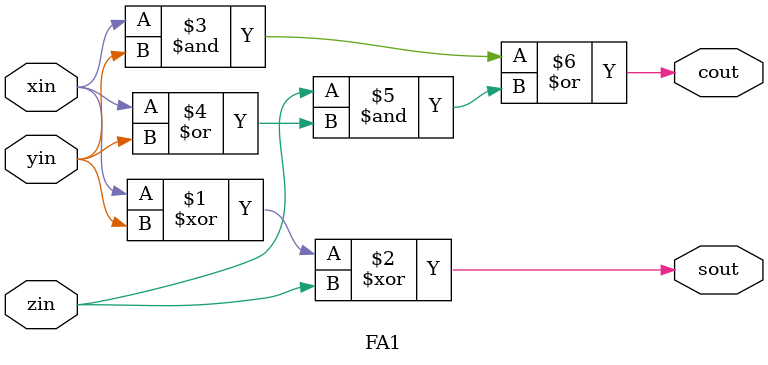
<source format=v>
`timescale 1ns/10ps
module FA1(// input
             xin, 
             yin, 
             zin, 
            
            // output 
             sout, 
             cout
            );
    
   input   xin;  
   input   yin;
   input   zin; 
   
   output  sout;  
   output  cout;
   
  // sum result
   assign sout = xin ^ yin ^ zin;
  
  // carry result 
   assign cout = xin & yin | zin & (xin | yin);

endmodule
</source>
